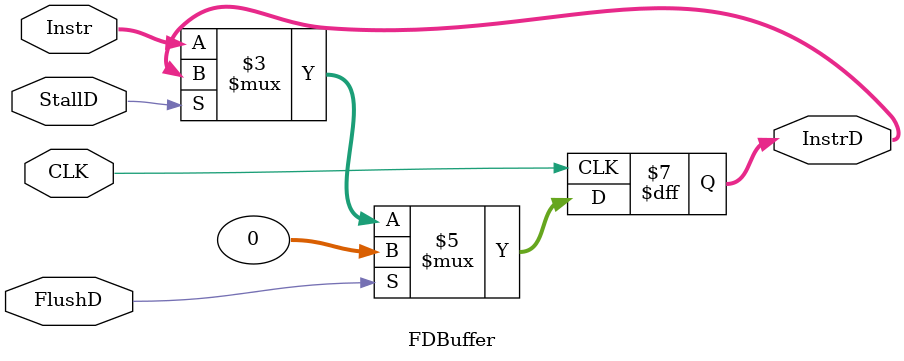
<source format=v>
`timescale 1ns / 1ps


module FDBuffer(
	input CLK,
	input StallD,
	input FlushD,
	input[31:0] Instr,
	output reg [31:0] InstrD
	);

	always@(posedge CLK) begin
	if(StallD == 0)
		InstrD <= Instr;
	if(FlushD)
		InstrD <= 0;
	end
	
endmodule

</source>
